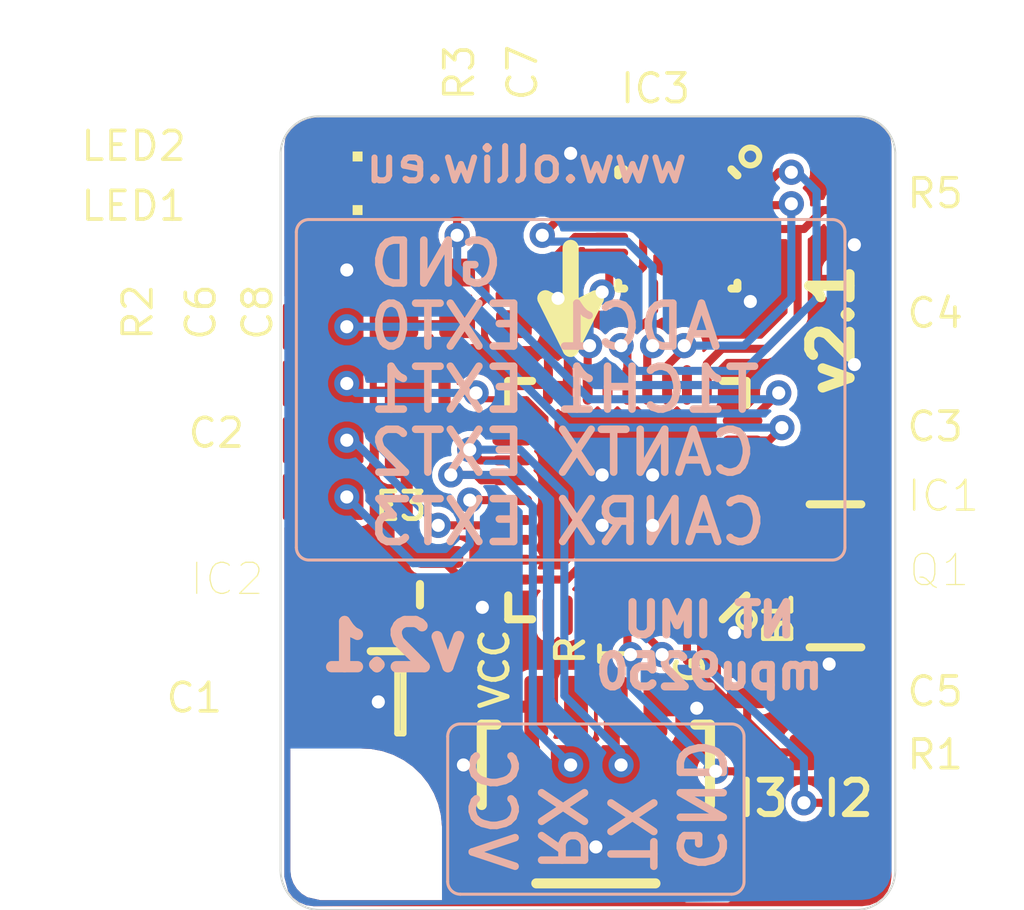
<source format=kicad_pcb>
(kicad_pcb (version 20241229) (generator "pcbnew") (generator_version "9.0")
  (layers (0 "F.Cu" signal) (2 "B.Cu" signal) (13 "F.Paste" user) (15 "B.Paste" user) (5 "F.SilkS" user "F.Silkscreen") (7 "B.SilkS" user "B.Silkscreen") (1 "F.Mask" user) (3 "B.Mask" user) (25 "Edge.Cuts" user))
  (net 0 "")
  (net 1 "GND")
  (net 2 "SDI")
  (net 3 "SCK")
  (net 4 "N$9")
  (net 5 "N$20")
  (net 6 "5V")
  (net 7 "TX")
  (net 8 "RX")
  (net 9 "LED")
  (net 10 "SWDIO")
  (net 11 "SWCLK")
  (net 12 "T1CH1")
  (net 13 "CANRX")
  (net 14 "CANTX")
  (net 15 "CS")
  (net 16 "SDO")
  (net 17 "ADC1")
  (net 18 "N$1")
  (net 19 "N$3")
  (net 20 "N$2")
  (net 21 "N$5")
  (net 22 "N$6")
  (net 23 "INT")
  (net 24 "3.3V")
  (net 25 "N$4")
  (net 26 "N$7")
  (footprint "STorM32 NT imu v211 mini-mpu9250:C0402" (layer "F.Cu") (at 155.050475 99.754057 90)
    (property "Reference" "C4")
    (property "Value" "100n")
  )
  (footprint "STorM32 NT imu v211 mini-mpu9250:SJ_2S-NO" (layer "F.Cu") (at 153.304225 113.565307 90)
    (property "Reference" "SJ3" (hide yes))
    (property "Value" "IMU-ID3" (hide yes))
  )
  (footprint "STorM32 NT imu v211 mini-mpu9250:RESONATOR-SMD" (layer "F.Cu") (at 154.732975 106.580307 90)
    (property "Reference" "Q1")
    (property "Value" "CSTCE8M00G55-R0" (hide yes))
  )
  (footprint "STorM32 NT imu v211 mini-mpu9250:VFQFPN36" (layer "F.Cu") (at 149.494225 104.675307 180)
    (property "Reference" "IC1")
    (property "Value" "STM32F103T8" (hide yes))
  )
  (footprint "STorM32 NT imu v211 mini-mpu9250:SJ_2S-NO" (layer "F.Cu") (at 154.891725 113.565307 90)
    (property "Reference" "SJ2" (hide yes))
    (property "Value" "IMU-ID2" (hide yes))
  )
  (footprint "STorM32 NT imu v211 mini-mpu9250:CHIPLED_0603" (layer "F.Cu") (at 142.826725 97.372807 90)
    (property "Reference" "LED1")
    (property "Value" "red")
  )
  (footprint "STorM32 NT imu v211 mini-mpu9250:dummyfp0" (layer "F.Cu") (at 142.762975 112.819057)
    (property "Reference" "UNK_HOLE_0" (hide yes))
    (property "Value" "")
  )
  (footprint "STorM32 NT imu v211 mini-mpu9250:C0603" (layer "F.Cu") (at 143.937975 102.770307 90)
    (property "Reference" "C2")
    (property "Value" "1u")
  )
  (footprint "STorM32 NT imu v211 mini-mpu9250:C0402" (layer "F.Cu") (at 154.574225 109.596557)
    (property "Reference" "C5")
    (property "Value" "100n")
  )
  (footprint "STorM32 NT imu v211 mini-mpu9250:C0402" (layer "F.Cu") (at 146.636725 96.579057 90)
    (property "Reference" "C7")
    (property "Value" "10n")
  )
  (footprint "STorM32 NT imu v211 mini-mpu9250:CHIPLED_0603" (layer "F.Cu") (at 142.826725 96.023432 90)
    (property "Reference" "LED2")
    (property "Value" "green")
  )
  (footprint "STorM32 NT imu v211 mini-mpu9250:C0402" (layer "F.Cu") (at 145.207975 99.595307 90)
    (property "Reference" "C6")
    (property "Value" "100n")
  )
  (footprint "STorM32 NT imu v211 mini-mpu9250:SJ_2S-NO" (layer "F.Cu") (at 152.510475 109.279057 -90)
    (property "Reference" "SJ1" (hide yes))
    (property "Value" "BOOT0" (hide yes))
  )
  (footprint "STorM32 NT imu v211 mini-mpu9250:R0402" (layer "F.Cu") (at 145.207975 96.579057 90)
    (property "Reference" "R3")
    (property "Value" "2.2k")
  )
  (footprint "STorM32 NT imu v211 mini-mpu9250:C0805" (layer "F.Cu") (at 143.38235 109.755307 180)
    (property "Reference" "C1")
    (property "Value" "10u/10V")
  )
  (footprint "STorM32 NT imu v211 mini-mpu9250:SOT23-5" (layer "F.Cu") (at 143.461725 107.056557 -90)
    (property "Reference" "IC2")
    (property "Value" "TC1015-3.3VCT713")
  )
  (footprint "STorM32 NT imu v211 mini-mpu9250:R0402" (layer "F.Cu") (at 154.574225 111.025307 180)
    (property "Reference" "R1")
    (property "Value" "10k")
  )
  (footprint "STorM32 NT imu v211 mini-mpu9250:R0402" (layer "F.Cu") (at 155.050475 96.737807 90)
    (property "Reference" "R5")
    (property "Value" "10k")
  )
  (footprint "STorM32 NT imu v211 mini-mpu9250:R0402" (layer "F.Cu") (at 143.779225 99.595307 90)
    (property "Reference" "R2")
    (property "Value" "4.7k")
  )
  (footprint "STorM32 NT imu v211 mini-mpu9250:SM04B-SRSS-TB" (layer "F.Cu") (at 148.700475 112.850932)
    (property "Reference" "NT0" (hide yes))
    (property "Value" "NT" (hide yes))
  )
  (footprint "STorM32 NT imu v211 mini-mpu9250:QFN-24-3X3" (layer "F.Cu") (at 150.764225 97.849057 -90)
    (property "Reference" "IC3")
    (property "Value" "MPU9250" (hide yes))
  )
  (footprint "STorM32 NT imu v211 mini-mpu9250:C0402" (layer "F.Cu") (at 146.636725 99.595307 -90)
    (property "Reference" "C8")
    (property "Value" "100n")
  )
  (footprint "STorM32 NT imu v211 mini-mpu9250:C0402" (layer "F.Cu") (at 155.050475 102.770307 90)
    (property "Reference" "C3")
    (property "Value" "100n")
  )
  (gr_circle (center 152.58985 96.023432) (end 152.814356 96.023432) (stroke (width 0.1524)) (fill no) (layer "F.SilkS"))
  (gr_line (start 148.065475 99.912807) (end 148.700475 99.595307) (stroke (width 0.4064)) (layer "F.SilkS"))
  (gr_line (start 143.8586 108.961557) (end 143.69985 108.961557) (stroke (width 0.1524)) (layer "F.SilkS"))
  (gr_line (start 148.065475 99.912807) (end 147.430475 99.595307) (stroke (width 0.4064)) (layer "F.SilkS"))
  (gr_line (start 148.065475 99.912807) (end 148.065475 98.325307) (stroke (width 0.4064)) (layer "F.SilkS"))
  (gr_line (start 143.8586 110.549057) (end 143.8586 108.961557) (stroke (width 0.1524)) (layer "F.SilkS"))
  (gr_line (start 143.69985 108.961557) (end 143.69985 110.549057) (stroke (width 0.1524)) (layer "F.SilkS"))
  (gr_line (start 148.700475 99.595307) (end 148.065475 100.865307) (stroke (width 0.4064)) (layer "F.SilkS"))
  (gr_line (start 148.065475 100.865307) (end 148.065475 99.912807) (stroke (width 0.4064)) (layer "F.SilkS"))
  (gr_line (start 147.430475 99.595307) (end 148.065475 100.865307) (stroke (width 0.4064)) (layer "F.SilkS"))
  (gr_line (start 143.69985 110.549057) (end 143.8586 110.549057) (stroke (width 0.1524)) (layer "F.SilkS"))
  (gr_arc (start 145.28735 114.597182) (mid 145.062844 114.504188) (end 144.96985 114.279682) (stroke (width 0.0762)) (layer "B.SilkS"))
  (gr_arc (start 141.15985 97.928432) (mid 141.252844 97.703926) (end 141.47735 97.610932) (stroke (width 0.0762)) (layer "B.SilkS"))
  (gr_arc (start 154.6536 97.610932) (mid 154.878106 97.703926) (end 154.9711 97.928432) (stroke (width 0.0762)) (layer "B.SilkS"))
  (gr_line (start 154.6536 106.183432) (end 141.47735 106.183432) (stroke (width 0.0762)) (layer "B.SilkS"))
  (gr_arc (start 154.9711 105.865932) (mid 154.878106 106.090438) (end 154.6536 106.183432) (stroke (width 0.0762)) (layer "B.SilkS"))
  (gr_arc (start 141.47735 106.183432) (mid 141.252844 106.090438) (end 141.15985 105.865932) (stroke (width 0.0762)) (layer "B.SilkS"))
  (gr_line (start 152.1136 114.597182) (end 145.28735 114.597182) (stroke (width 0.0762)) (layer "B.SilkS"))
  (gr_line (start 145.28735 110.310932) (end 152.1136 110.310932) (stroke (width 0.0762)) (layer "B.SilkS"))
  (gr_line (start 152.4311 110.628432) (end 152.4311 114.279682) (stroke (width 0.0762)) (layer "B.SilkS"))
  (gr_arc (start 144.96985 110.628432) (mid 145.062844 110.403926) (end 145.28735 110.310932) (stroke (width 0.0762)) (layer "B.SilkS"))
  (gr_arc (start 152.1136 110.310932) (mid 152.338106 110.403926) (end 152.4311 110.628432) (stroke (width 0.0762)) (layer "B.SilkS"))
  (gr_line (start 141.15985 105.865932) (end 141.15985 97.928432) (stroke (width 0.0762)) (layer "B.SilkS"))
  (gr_line (start 154.9711 97.928432) (end 154.9711 105.865932) (stroke (width 0.0762)) (layer "B.SilkS"))
  (gr_line (start 144.96985 114.279682) (end 144.96985 110.628432) (stroke (width 0.0762)) (layer "B.SilkS"))
  (gr_arc (start 152.4311 114.279682) (mid 152.338106 114.504188) (end 152.1136 114.597182) (stroke (width 0.0762)) (layer "B.SilkS"))
  (gr_line (start 141.47735 97.610932) (end 154.6536 97.610932) (stroke (width 0.0762)) (layer "B.SilkS"))
  (gr_line (start 141.762975 95.014057) (end 155.239225 95.014057) (stroke (width 0.05)) (layer "Edge.Cuts"))
  (gr_arc (start 155.239225 95.014057) (mid 155.928987 95.265075) (end 156.239225 95.930307) (stroke (width 0.05)) (layer "Edge.Cuts"))
  (gr_line (start 156.239225 113.994057) (end 156.239225 95.930307) (stroke (width 0.05)) (layer "Edge.Cuts"))
  (gr_line (start 140.762975 95.930307) (end 140.762975 113.994057) (stroke (width 0.05)) (layer "Edge.Cuts"))
  (gr_line (start 141.762975 114.994057) (end 155.239225 114.994057) (stroke (width 0.05)) (layer "Edge.Cuts"))
  (gr_arc (start 141.762975 114.994057) (mid 141.055868 114.701164) (end 140.762975 113.994057) (stroke (width 0.05)) (layer "Edge.Cuts"))
  (gr_arc (start 140.762975 95.930307) (mid 141.073213 95.265075) (end 141.762975 95.014057) (stroke (width 0.05)) (layer "Edge.Cuts"))
  (gr_arc (start 156.239225 113.994057) (mid 155.946332 114.701164) (end 155.239225 114.994057) (stroke (width 0.05)) (layer "Edge.Cuts"))
  (gr_text "E3" (at 143.06485 105.230932 0) (layer "F.SilkS") (effects (font (size 0.69088 0.69088) (thickness 0.12192)) (justify left bottom)))
  (gr_text "I3" (at 152.192975 112.692182 0) (layer "F.SilkS") (effects (font (size 0.8636 0.8636) (thickness 0.1524)) (justify left bottom)))
  (gr_text "I2" (at 154.3361 112.692182 0) (layer "F.SilkS") (effects (font (size 0.8636 0.8636) (thickness 0.1524)) (justify left bottom)))
  (gr_text "R" (at 148.46235 108.882182 90) (layer "F.SilkS") (effects (font (size 0.69088 0.69088) (thickness 0.12192)) (justify left bottom)))
  (gr_text "T" (at 149.5736 108.882182 90) (layer "F.SilkS") (effects (font (size 0.69088 0.69088) (thickness 0.12192)) (justify left bottom)))
  (gr_text "G" (at 151.4786 109.358432 90) (layer "F.SilkS") (effects (font (size 0.69088 0.69088) (thickness 0.12192)) (justify left bottom)))
  (gr_text "BL" (at 153.7011 108.405932 90) (layer "F.SilkS") (effects (font (size 0.69088 0.69088) (thickness 0.12192)) (justify left bottom)))
  (gr_text "VCC" (at 146.55735 109.993432 90) (layer "F.SilkS") (effects (font (size 0.69088 0.69088) (thickness 0.12192)) (justify left bottom)))
  (gr_text "v2.1" (at 155.225735 100.389057 90) (layer "F.SilkS") (effects (font (size 1.016 1.016) (thickness 0.254)) (justify bottom)))
  (gr_text "CANTX EXT2" (at 142.9061 102.849682 0) (layer "B.SilkS") (effects (font (size 1.0795 1.0795) (thickness 0.1905)) (justify right top mirror)))
  (gr_text "RX" (at 147.19235 114.120932 -90) (layer "B.SilkS") (effects (font (size 1.0795 1.0795) (thickness 0.1905)) (justify left bottom mirror)))
  (gr_text "TX" (at 148.9386 114.120932 -90) (layer "B.SilkS") (effects (font (size 1.0795 1.0795) (thickness 0.1905)) (justify left bottom mirror)))
  (gr_text "www.olliw.eu" (at 151.081725 96.737807 -0) (layer "B.SilkS") (effects (font (size 0.8636 0.8636) (thickness 0.1524)) (justify left bottom mirror)))
  (gr_text "VCC" (at 145.4461 114.120932 -90) (layer "B.SilkS") (effects (font (size 1.0795 1.0795) (thickness 0.1905)) (justify left bottom mirror)))
  (gr_text "GND" (at 150.68485 114.120932 -90) (layer "B.SilkS") (effects (font (size 1.0795 1.0795) (thickness 0.1905)) (justify left bottom mirror)))
  (gr_text "GND" (at 142.9061 98.087182 0) (layer "B.SilkS") (effects (font (size 1.0795 1.0795) (thickness 0.1905)) (justify right top mirror)))
  (gr_text "NT IMU\nmpu9250" (at 151.557975 107.215307 0) (layer "B.SilkS") (effects (font (size 0.8128 0.8128) (thickness 0.2032)) (justify top mirror)))
  (gr_text "ADC1 EXT0" (at 142.9061 99.674682 0) (layer "B.SilkS") (effects (font (size 1.0795 1.0795) (thickness 0.1905)) (justify right top mirror)))
  (gr_text "T1CH1 EXT1" (at 142.9061 101.262182 0) (layer "B.SilkS") (effects (font (size 1.0795 1.0795) (thickness 0.1905)) (justify right top mirror)))
  (gr_text "v2.1" (at 143.620475 107.691557 0) (layer "B.SilkS") (effects (font (size 1.13792 1.13792) (thickness 0.28448)) (justify top mirror)))
  (gr_text "CANRX EXT3" (at 142.9061 104.595932 0) (layer "B.SilkS") (effects (font (size 1.0795 1.0795) (thickness 0.1905)) (justify right top mirror)))
  (segment (start 141.239225 109.755307) (end 142.985475 109.755307) (width 0.4064) (layer "F.Cu") (net 1))
  (segment (start 142.11235 110.707807) (end 142.11235 108.802807) (width 0.4064) (layer "F.Cu") (net 1))
  (segment (start 150.224475 109.914057) (end 150.224475 111.184057) (width 0.4064) (layer "F.Cu") (net 1))
  (segment (start 149.307534 98.448814) (end 148.355034 98.448814) (width 0.2032) (layer "F.Cu") (net 1))
  (segment (start 151.875475 98.445639) (end 153.145475 98.445639) (width 0.2032) (layer "F.Cu") (net 1))
  (segment (start 150.224475 109.914057) (end 151.081725 109.914057) (width 0.4064) (layer "F.Cu") (net 1))
  (segment (start 151.778956 100.233798) (end 151.778956 98.884423) (width 0.2032) (layer "F.Cu") (net 1))
  (segment (start 150.2086 109.517182) (end 150.224475 109.914057) (width 0.4064) (layer "F.Cu") (net 1))
  (segment (start 153.244531 104.674351) (end 152.053906 104.674351) (width 0.2032) (layer "F.Cu") (net 1))
  (segment (start 147.259656 106.189779) (end 145.830906 106.189779) (width 0.2032) (layer "F.Cu") (net 1))
  (segment (start 141.3186 107.056557) (end 142.191725 107.056557) (width 0.4064) (layer "F.Cu") (net 1))
  (via (at 148.859225 105.310307) (size 0.635) (drill 0.3302) (layers "F.Cu" "B.Cu") (net 1))
  (via (at 148.065475 95.944057) (size 0.635) (drill 0.3302) (layers "F.Cu" "B.Cu") (net 1))
  (via (at 155.209225 98.245932) (size 0.635) (drill 0.3302) (layers "F.Cu" "B.Cu") (net 1))
  (via (at 147.747975 99.595307) (size 0.635) (drill 0.3302) (layers "F.Cu" "B.Cu") (net 1))
  (via (at 152.192975 108.009057) (size 0.635) (drill 0.3302) (layers "F.Cu" "B.Cu") (net 1))
  (via (at 151.240475 109.914057) (size 0.635) (drill 0.3302) (layers "F.Cu" "B.Cu") (net 1))
  (via (at 148.700475 113.406557) (size 0.635) (drill 0.3302) (layers "F.Cu" "B.Cu") (net 1))
  (via (at 154.574225 108.802807) (size 0.635) (drill 0.3302) (layers "F.Cu" "B.Cu") (net 1))
  (via (at 155.209225 101.262182) (size 0.635) (drill 0.3302) (layers "F.Cu" "B.Cu") (net 1))
  (via (at 143.2236 109.755307) (size 0.635) (drill 0.3302) (layers "F.Cu" "B.Cu") (net 1))
  (via (at 145.366725 111.342807) (size 0.635) (drill 0.3302) (layers "F.Cu" "B.Cu") (net 1))
  (via (at 148.859225 104.040307) (size 0.635) (drill 0.3302) (layers "F.Cu" "B.Cu") (net 1))
  (via (at 152.58985 99.674682) (size 0.635) (drill 0.3302) (layers "F.Cu" "B.Cu") (net 1))
  (via (at 145.842975 107.374057) (size 0.635) (drill 0.3302) (layers "F.Cu" "B.Cu") (net 1))
  (via (at 142.42985 98.880932) (size 0.635) (drill 0.3302) (layers "F.Cu" "B.Cu") (net 1))
  (via (at 150.129225 104.040307) (size 0.635) (drill 0.3302) (layers "F.Cu" "B.Cu") (net 1))
  (via (at 150.129225 105.310307) (size 0.635) (drill 0.3302) (layers "F.Cu" "B.Cu") (net 1))
  (segment (start 152.875475 96.849057) (end 152.489225 96.849057) (width 0.2032) (layer "F.Cu") (net 2))
  (segment (start 153.621725 96.420307) (end 153.304225 96.420307) (width 0.2032) (layer "F.Cu") (net 2))
  (segment (start 149.494225 100.944682) (end 149.335475 100.785932) (width 0.2032) (layer "F.Cu") (net 2))
  (segment (start 149.494225 101.775307) (end 149.494225 100.944682) (width 0.2032) (layer "F.Cu") (net 2))
  (segment (start 153.304225 96.420307) (end 152.875475 96.849057) (width 0.2032) (layer "F.Cu") (net 2))
  (via (at 149.335475 100.785932) (size 0.635) (drill 0.3302) (layers "F.Cu" "B.Cu") (net 2))
  (via (at 153.621725 96.420307) (size 0.635) (drill 0.3302) (layers "F.Cu" "B.Cu") (net 2))
  (segment (start 153.780475 96.420307) (end 153.621725 96.420307) (width 0.2032) (layer "B.Cu") (net 2))
  (segment (start 149.335475 100.785932) (end 149.335475 101.024057) (width 0.2032) (layer "B.Cu") (net 2))
  (segment (start 149.73235 101.420932) (end 152.4311 101.420932) (width 0.2032) (layer "B.Cu") (net 2))
  (segment (start 154.256725 96.896557) (end 153.780475 96.420307) (width 0.2032) (layer "B.Cu") (net 2))
  (segment (start 154.256725 99.595307) (end 154.256725 96.896557) (width 0.2032) (layer "B.Cu") (net 2))
  (segment (start 152.4311 101.420932) (end 154.256725 99.595307) (width 0.2032) (layer "B.Cu") (net 2))
  (segment (start 149.335475 101.024057) (end 149.73235 101.420932) (width 0.2032) (layer "B.Cu") (net 2))
  (segment (start 150.494225 101.294057) (end 150.922975 100.865307) (width 0.2032) (layer "F.Cu") (net 3))
  (segment (start 150.494225 101.775307) (end 150.494225 101.294057) (width 0.2032) (layer "F.Cu") (net 3))
  (segment (start 153.586725 97.249057) (end 152.464225 97.249057) (width 0.2032) (layer "F.Cu") (net 3))
  (segment (start 150.922975 100.865307) (end 150.922975 100.785932) (width 0.2032) (layer "F.Cu") (net 3))
  (segment (start 153.621725 97.214057) (end 153.586725 97.249057) (width 0.2032) (layer "F.Cu") (net 3))
  (via (at 150.922975 100.785932) (size 0.635) (drill 0.3302) (layers "F.Cu" "B.Cu") (net 3))
  (via (at 153.621725 97.214057) (size 0.635) (drill 0.3302) (layers "F.Cu" "B.Cu") (net 3))
  (segment (start 150.922975 100.785932) (end 152.4311 100.785932) (width 0.2032) (layer "B.Cu") (net 3))
  (segment (start 153.621725 99.595307) (end 153.621725 97.214057) (width 0.2032) (layer "B.Cu") (net 3))
  (segment (start 152.4311 100.785932) (end 153.621725 99.595307) (width 0.2032) (layer "B.Cu") (net 3))
  (segment (start 143.779225 98.945307) (end 143.779225 97.416557) (width 0.2032) (layer "F.Cu") (net 4))
  (segment (start 143.779225 97.416557) (end 143.576725 97.372807) (width 0.2032) (layer "F.Cu") (net 4))
  (segment (start 149.064225 98.049057) (end 148.182975 98.049057) (width 0.2032) (layer "F.Cu") (net 5))
  (segment (start 146.651725 98.960307) (end 146.636725 98.945307) (width 0.2032) (layer "F.Cu") (net 5))
  (segment (start 147.271725 98.960307) (end 146.651725 98.960307) (width 0.2032) (layer "F.Cu") (net 5))
  (segment (start 148.182975 98.049057) (end 147.271725 98.960307) (width 0.2032) (layer "F.Cu") (net 5))
  (segment (start 147.19235 111.025307) (end 146.87485 111.342807) (width 0.1524) (layer "F.Cu") (net 6))
  (segment (start 144.33485 109.358432) (end 144.33485 109.757807) (width 0.3048) (layer "F.Cu") (net 6))
  (segment (start 142.985475 108.009057) (end 144.33485 109.358432) (width 0.3048) (layer "F.Cu") (net 6))
  (segment (start 142.829225 106.106557) (end 143.144225 106.421557) (width 0.3048) (layer "F.Cu") (net 6))
  (segment (start 147.200475 109.875932) (end 147.1511 109.875932) (width 0.3048) (layer "F.Cu") (net 6))
  (segment (start 147.200475 109.875932) (end 144.833975 109.875932) (width 0.3048) (layer "F.Cu") (net 6))
  (segment (start 142.159125 108.009057) (end 142.985475 108.009057) (width 0.3048) (layer "F.Cu") (net 6))
  (segment (start 144.833975 109.875932) (end 144.71335 109.755307) (width 0.1524) (layer "F.Cu") (net 6))
  (segment (start 143.144225 107.850307) (end 142.985475 108.009057) (width 0.3048) (layer "F.Cu") (net 6))
  (segment (start 144.33485 109.757807) (end 144.71335 109.755307) (width 0.3048) (layer "F.Cu") (net 6))
  (segment (start 147.1511 109.875932) (end 147.112975 109.914057) (width 0.3048) (layer "F.Cu") (net 6))
  (segment (start 147.112975 109.914057) (end 147.1211 111.334682) (width 0.3048) (layer "F.Cu") (net 6))
  (segment (start 147.1211 111.334682) (end 147.19235 111.025307) (width 0.1524) (layer "F.Cu") (net 6))
  (segment (start 144.294225 109.875932) (end 144.71335 109.755307) (width 0.3048) (layer "F.Cu") (net 6))
  (segment (start 142.159125 108.009057) (end 142.161625 108.006557) (width 0.3048) (layer "F.Cu") (net 6))
  (segment (start 142.161625 106.106557) (end 142.829225 106.106557) (width 0.3048) (layer "F.Cu") (net 6))
  (segment (start 143.144225 106.421557) (end 143.144225 107.850307) (width 0.3048) (layer "F.Cu") (net 6))
  (segment (start 145.795475 103.675307) (end 145.525475 103.405307) (width 0.2032) (layer "F.Cu") (net 7))
  (segment (start 149.200475 111.636557) (end 149.335475 111.342807) (width 0.2032) (layer "F.Cu") (net 7))
  (segment (start 146.594225 103.675307) (end 145.795475 103.675307) (width 0.2032) (layer "F.Cu") (net 7))
  (segment (start 149.200475 109.875932) (end 149.200475 111.636557) (width 0.2032) (layer "F.Cu") (net 7))
  (via (at 149.335475 111.342807) (size 0.635) (drill 0.3302) (layers "F.Cu" "B.Cu") (net 7))
  (via (at 145.525475 103.405307) (size 0.635) (drill 0.3302) (layers "F.Cu" "B.Cu") (net 7))
  (segment (start 147.906725 104.516557) (end 147.906725 109.596557) (width 0.2032) (layer "B.Cu") (net 7))
  (segment (start 147.906725 109.596557) (end 149.335475 111.025307) (width 0.2032) (layer "B.Cu") (net 7))
  (segment (start 146.795475 103.405307) (end 147.906725 104.516557) (width 0.2032) (layer "B.Cu") (net 7))
  (segment (start 145.525475 103.405307) (end 146.795475 103.405307) (width 0.2032) (layer "B.Cu") (net 7))
  (segment (start 149.335475 111.025307) (end 149.335475 111.342807) (width 0.2032) (layer "B.Cu") (net 7))
  (segment (start 148.200475 111.684057) (end 148.065475 111.342807) (width 0.2032) (layer "F.Cu") (net 8))
  (segment (start 145.819225 104.175307) (end 145.684225 104.040307) (width 0.2032) (layer "F.Cu") (net 8))
  (segment (start 148.200475 109.875932) (end 148.200475 111.684057) (width 0.2032) (layer "F.Cu") (net 8))
  (segment (start 146.594225 104.175307) (end 145.819225 104.175307) (width 0.2032) (layer "F.Cu") (net 8))
  (segment (start 145.684225 104.040307) (end 145.049225 104.040307) (width 0.2032) (layer "F.Cu") (net 8))
  (via (at 148.065475 111.342807) (size 0.635) (drill 0.3302) (layers "F.Cu" "B.Cu") (net 8))
  (via (at 145.049225 104.040307) (size 0.635) (drill 0.3302) (layers "F.Cu" "B.Cu") (net 8))
  (segment (start 147.112975 110.390307) (end 148.065475 111.342807) (width 0.2032) (layer "B.Cu") (net 8))
  (segment (start 147.112975 104.834057) (end 147.112975 110.390307) (width 0.2032) (layer "B.Cu") (net 8))
  (segment (start 145.049225 104.040307) (end 146.319225 104.040307) (width 0.2032) (layer "B.Cu") (net 8))
  (segment (start 146.319225 104.040307) (end 147.112975 104.834057) (width 0.2032) (layer "B.Cu") (net 8))
  (segment (start 145.207975 98.007807) (end 145.207975 97.229057) (width 0.2032) (layer "F.Cu") (net 9))
  (segment (start 152.605475 102.675307) (end 153.304225 101.976557) (width 0.2032) (layer "F.Cu") (net 9))
  (segment (start 152.394225 102.675307) (end 152.605475 102.675307) (width 0.2032) (layer "F.Cu") (net 9))
  (via (at 145.207975 98.007807) (size 0.635) (drill 0.3302) (layers "F.Cu" "B.Cu") (net 9))
  (via (at 153.304225 101.976557) (size 0.635) (drill 0.3302) (layers "F.Cu" "B.Cu") (net 9))
  (segment (start 153.145475 102.135307) (end 148.541725 102.135307) (width 0.2032) (layer "B.Cu") (net 9))
  (segment (start 148.541725 102.135307) (end 145.207975 98.801557) (width 0.2032) (layer "B.Cu") (net 9))
  (segment (start 145.207975 98.801557) (end 145.207975 98.007807) (width 0.2032) (layer "B.Cu") (net 9))
  (segment (start 153.304225 101.976557) (end 153.145475 102.135307) (width 0.2032) (layer "B.Cu") (net 9))
  (segment (start 145.842975 102.135307) (end 145.684225 101.976557) (width 0.1524) (layer "F.Cu") (net 12))
  (segment (start 147.430475 102.929057) (end 147.430475 102.611557) (width 0.1524) (layer "F.Cu") (net 12))
  (segment (start 146.594225 103.175307) (end 147.184225 103.175307) (width 0.1524) (layer "F.Cu") (net 12))
  (segment (start 146.954225 102.135307) (end 145.842975 102.135307) (width 0.1524) (layer "F.Cu") (net 12))
  (segment (start 147.184225 103.175307) (end 147.430475 102.929057) (width 0.1524) (layer "F.Cu") (net 12))
  (segment (start 147.430475 102.611557) (end 146.954225 102.135307) (width 0.1524) (layer "F.Cu") (net 12))
  (via (at 142.42985 101.738432) (size 0.635) (drill 0.3302) (layers "F.Cu" "B.Cu") (net 12))
  (via (at 145.684225 101.976557) (size 0.635) (drill 0.3302) (layers "F.Cu" "B.Cu") (net 12))
  (segment (start 142.667975 101.976557) (end 142.42985 101.738432) (width 0.2032) (layer "B.Cu") (net 12))
  (segment (start 145.684225 101.976557) (end 142.667975 101.976557) (width 0.2032) (layer "B.Cu") (net 12))
  (segment (start 146.594225 104.675307) (end 145.525475 104.675307) (width 0.2032) (layer "F.Cu") (net 13))
  (via (at 142.42985 104.595932) (size 0.635) (drill 0.3302) (layers "F.Cu" "B.Cu") (net 13))
  (via (at 145.525475 104.675307) (size 0.635) (drill 0.3302) (layers "F.Cu" "B.Cu") (net 13))
  (segment (start 144.096725 106.262807) (end 142.42985 104.595932) (width 0.2032) (layer "B.Cu") (net 13))
  (segment (start 145.525475 104.675307) (end 145.525475 105.786557) (width 0.2032) (layer "B.Cu") (net 13))
  (segment (start 145.049225 106.262807) (end 144.096725 106.262807) (width 0.2032) (layer "B.Cu") (net 13))
  (segment (start 145.525475 105.786557) (end 145.049225 106.262807) (width 0.2032) (layer "B.Cu") (net 13))
  (segment (start 145.842975 105.310307) (end 144.731725 105.310307) (width 0.2032) (layer "F.Cu") (net 14))
  (segment (start 145.977975 105.175307) (end 145.842975 105.310307) (width 0.2032) (layer "F.Cu") (net 14))
  (segment (start 146.594225 105.175307) (end 145.977975 105.175307) (width 0.2032) (layer "F.Cu") (net 14))
  (via (at 142.42985 103.167182) (size 0.635) (drill 0.3302) (layers "F.Cu" "B.Cu") (net 14))
  (via (at 144.731725 105.310307) (size 0.635) (drill 0.3302) (layers "F.Cu" "B.Cu") (net 14))
  (segment (start 144.731725 105.310307) (end 142.5886 103.167182) (width 0.2032) (layer "B.Cu") (net 14))
  (segment (start 142.5886 103.167182) (end 142.42985 103.167182) (width 0.2032) (layer "B.Cu") (net 14))
  (segment (start 151.494225 101.775307) (end 151.494225 101.246557) (width 0.2032) (layer "F.Cu") (net 15))
  (segment (start 155.035475 97.372807) (end 155.050475 97.387807) (width 0.2032) (layer "F.Cu") (net 15))
  (segment (start 153.780475 97.849057) (end 153.939225 97.849057) (width 0.2032) (layer "F.Cu") (net 15))
  (segment (start 153.780475 100.071557) (end 153.780475 97.849057) (width 0.2032) (layer "F.Cu") (net 15))
  (segment (start 151.875475 100.865307) (end 152.986725 100.865307) (width 0.2032) (layer "F.Cu") (net 15))
  (segment (start 151.494225 101.246557) (end 151.875475 100.865307) (width 0.2032) (layer "F.Cu") (net 15))
  (segment (start 154.415475 97.372807) (end 155.035475 97.372807) (width 0.2032) (layer "F.Cu") (net 15))
  (segment (start 153.939225 97.849057) (end 154.415475 97.372807) (width 0.2032) (layer "F.Cu") (net 15))
  (segment (start 153.104225 97.649057) (end 152.464225 97.649057) (width 0.2032) (layer "F.Cu") (net 15))
  (segment (start 152.986725 100.865307) (end 153.780475 100.071557) (width 0.2032) (layer "F.Cu") (net 15))
  (segment (start 153.780475 97.849057) (end 153.304225 97.849057) (width 0.2032) (layer "F.Cu") (net 15))
  (segment (start 153.304225 97.849057) (end 153.104225 97.649057) (width 0.2032) (layer "F.Cu") (net 15))
  (segment (start 147.70985 97.649057) (end 149.064225 97.649057) (width 0.2032) (layer "F.Cu") (net 16))
  (segment (start 149.994225 100.920932) (end 150.129225 100.785932) (width 0.2032) (layer "F.Cu") (net 16))
  (segment (start 147.3511 98.007807) (end 147.70985 97.649057) (width 0.2032) (layer "F.Cu") (net 16))
  (segment (start 149.994225 101.775307) (end 149.994225 100.920932) (width 0.2032) (layer "F.Cu") (net 16))
  (via (at 150.129225 100.785932) (size 0.635) (drill 0.3302) (layers "F.Cu" "B.Cu") (net 16))
  (via (at 147.3511 98.007807) (size 0.635) (drill 0.3302) (layers "F.Cu" "B.Cu") (net 16))
  (segment (start 147.50985 98.166557) (end 147.3511 98.007807) (width 0.2032) (layer "B.Cu") (net 16))
  (segment (start 150.129225 98.801557) (end 149.494225 98.166557) (width 0.2032) (layer "B.Cu") (net 16))
  (segment (start 150.129225 100.785932) (end 150.129225 98.801557) (width 0.2032) (layer "B.Cu") (net 16))
  (segment (start 149.494225 98.166557) (end 147.50985 98.166557) (width 0.2032) (layer "B.Cu") (net 16))
  (segment (start 152.394225 103.175307) (end 153.057975 103.175307) (width 0.2032) (layer "F.Cu") (net 17))
  (segment (start 153.057975 103.175307) (end 153.3836 102.849682) (width 0.2032) (layer "F.Cu") (net 17))
  (via (at 153.3836 102.849682) (size 0.635) (drill 0.3302) (layers "F.Cu" "B.Cu") (net 17))
  (via (at 142.42985 100.309682) (size 0.635) (drill 0.3302) (layers "F.Cu" "B.Cu") (net 17))
  (segment (start 145.4461 100.309682) (end 142.42985 100.309682) (width 0.2032) (layer "B.Cu") (net 17))
  (segment (start 147.9861 102.849682) (end 153.3836 102.849682) (width 0.2032) (layer "B.Cu") (net 17))
  (segment (start 147.9861 102.849682) (end 145.4461 100.309682) (width 0.2032) (layer "B.Cu") (net 17))
  (segment (start 155.050475 104.040307) (end 155.050475 103.420307) (width 0.1524) (layer "F.Cu") (net 18))
  (segment (start 154.732975 104.357807) (end 155.050475 104.040307) (width 0.1524) (layer "F.Cu") (net 18))
  (segment (start 154.097975 104.357807) (end 154.732975 104.357807) (width 0.1524) (layer "F.Cu") (net 18))
  (segment (start 152.394225 105.175307) (end 153.439225 105.175307) (width 0.1524) (layer "F.Cu") (net 18))
  (segment (start 153.439225 105.175307) (end 153.621725 104.992807) (width 0.1524) (layer "F.Cu") (net 18))
  (segment (start 153.621725 104.834057) (end 154.097975 104.357807) (width 0.1524) (layer "F.Cu") (net 18))
  (segment (start 153.621725 104.992807) (end 153.621725 104.834057) (width 0.1524) (layer "F.Cu") (net 18))
  (segment (start 152.510475 110.231557) (end 153.304225 111.025307) (width 0.2032) (layer "F.Cu") (net 19))
  (segment (start 150.999175 107.577257) (end 150.994225 107.575307) (width 0.1524) (layer "F.Cu") (net 19))
  (segment (start 153.304225 111.025307) (end 153.924225 111.025307) (width 0.2032) (layer "F.Cu") (net 19))
  (segment (start 152.510475 109.660057) (end 152.510475 110.231557) (width 0.2032) (layer "F.Cu") (net 19))
  (segment (start 151.938975 109.660057) (end 152.510475 109.660057) (width 0.2032) (layer "F.Cu") (net 19))
  (segment (start 150.994225 107.575307) (end 150.994225 108.715307) (width 0.2032) (layer "F.Cu") (net 19))
  (segment (start 150.994225 108.715307) (end 151.938975 109.660057) (width 0.2032) (layer "F.Cu") (net 19))
  (segment (start 143.576725 96.023432) (end 145.192975 96.023432) (width 0.2032) (layer "F.Cu") (net 20))
  (segment (start 145.192975 96.023432) (end 145.207975 95.929057) (width 0.2032) (layer "F.Cu") (net 20))
  (segment (start 154.644225 107.691557) (end 154.732975 107.780307) (width 0.1524) (layer "F.Cu") (net 21))
  (segment (start 153.304225 107.056557) (end 153.939225 107.691557) (width 0.1524) (layer "F.Cu") (net 21))
  (segment (start 153.057975 106.175307) (end 153.304225 106.421557) (width 0.1524) (layer "F.Cu") (net 21))
  (segment (start 153.304225 106.421557) (end 153.304225 107.056557) (width 0.1524) (layer "F.Cu") (net 21))
  (segment (start 152.394225 106.175307) (end 153.057975 106.175307) (width 0.1524) (layer "F.Cu") (net 21))
  (segment (start 153.939225 107.691557) (end 154.644225 107.691557) (width 0.1524) (layer "F.Cu") (net 21))
  (segment (start 153.574225 105.675307) (end 153.780475 105.469057) (width 0.1524) (layer "F.Cu") (net 22))
  (segment (start 154.891725 105.469057) (end 154.802975 105.380307) (width 0.1524) (layer "F.Cu") (net 22))
  (segment (start 154.802975 105.380307) (end 154.732975 105.380307) (width 0.1524) (layer "F.Cu") (net 22))
  (segment (start 153.780475 105.469057) (end 154.891725 105.469057) (width 0.1524) (layer "F.Cu") (net 22))
  (segment (start 152.394225 105.675307) (end 153.574225 105.675307) (width 0.1524) (layer "F.Cu") (net 22))
  (segment (start 148.494225 100.833432) (end 148.541725 100.785932) (width 0.2032) (layer "F.Cu") (net 23))
  (segment (start 149.039225 98.849057) (end 149.039225 99.256557) (width 0.2032) (layer "F.Cu") (net 23))
  (segment (start 148.494225 101.775307) (end 148.494225 100.833432) (width 0.2032) (layer "F.Cu") (net 23))
  (segment (start 149.039225 99.256557) (end 148.859225 99.436557) (width 0.2032) (layer "F.Cu") (net 23))
  (via (at 148.859225 99.436557) (size 0.635) (drill 0.3302) (layers "F.Cu" "B.Cu") (net 23))
  (via (at 148.541725 100.785932) (size 0.635) (drill 0.3302) (layers "F.Cu" "B.Cu") (net 23))
  (segment (start 148.859225 99.436557) (end 148.541725 99.754057) (width 0.2032) (layer "B.Cu") (net 23))
  (segment (start 148.541725 99.754057) (end 148.541725 100.785932) (width 0.2032) (layer "B.Cu") (net 23))
  (segment (start 151.899225 104.175307) (end 151.557975 104.516557) (width 0.2032) (layer "F.Cu") (net 24))
  (segment (start 151.4786 96.975932) (end 151.764225 96.690307) (width 0.2032) (layer "F.Cu") (net 24))
  (segment (start 154.0186 103.087807) (end 152.9311 104.175307) (width 0.2032) (layer "F.Cu") (net 24))
  (segment (start 145.207975 100.230307) (end 145.92235 99.595307) (width 0.2032) (layer "F.Cu") (net 24))
  (segment (start 146.636725 98.166557) (end 146.636725 97.229057) (width 0.2032) (layer "F.Cu") (net 24))
  (segment (start 149.8911 98.801557) (end 149.8911 97.442807) (width 0.2032) (layer "F.Cu") (net 24))
  (segment (start 146.651725 97.214057) (end 146.636725 97.229057) (width 0.2032) (layer "F.Cu") (net 24))
  (segment (start 144.890475 102.929057) (end 144.890475 102.611557) (width 0.3048) (layer "F.Cu") (net 24))
  (segment (start 153.145475 108.009057) (end 153.145475 108.817807) (width 0.2032) (layer "F.Cu") (net 24))
  (segment (start 146.477975 98.325307) (end 146.636725 98.166557) (width 0.2032) (layer "F.Cu") (net 24))
  (segment (start 149.764225 99.574057) (end 149.764225 98.928432) (width 0.2032) (layer "F.Cu") (net 24))
  (segment (start 151.557975 106.262807) (end 151.557975 104.516557) (width 0.2032) (layer "F.Cu") (net 24))
  (segment (start 154.241725 96.087807) (end 153.939225 95.785307) (width 0.2032) (layer "F.Cu") (net 24))
  (segment (start 144.890475 102.611557) (end 144.890475 101.500307) (width 0.3048) (layer "F.Cu") (net 24))
  (segment (start 146.594225 102.675307) (end 144.954225 102.675307) (width 0.2032) (layer "F.Cu") (net 24))
  (segment (start 149.970475 96.975932) (end 151.4786 96.975932) (width 0.2032) (layer "F.Cu") (net 24))
  (segment (start 152.510475 108.898057) (end 153.065225 108.898057) (width 0.2032) (layer "F.Cu") (net 24))
  (segment (start 146.594225 106.675307) (end 147.970475 106.675307) (width 0.2032) (layer "F.Cu") (net 24))
  (segment (start 147.906725 97.214057) (end 146.651725 97.214057) (width 0.2032) (layer "F.Cu") (net 24))
  (segment (start 145.207975 101.182807) (end 145.207975 100.245307) (width 0.3048) (layer "F.Cu") (net 24))
  (segment (start 144.761825 106.106557) (end 144.257975 106.106557) (width 0.3048) (layer "F.Cu") (net 24))
  (segment (start 152.394225 106.675307) (end 151.970475 106.675307) (width 0.2032) (layer "F.Cu") (net 24))
  (segment (start 152.394225 104.175307) (end 151.899225 104.175307) (width 0.2032) (layer "F.Cu") (net 24))
  (segment (start 152.510475 96.420307) (end 151.875475 96.420307) (width 0.2032) (layer "F.Cu") (net 24))
  (segment (start 144.257975 106.106557) (end 143.937975 105.786557) (width 0.3048) (layer "F.Cu") (net 24))
  (segment (start 151.970475 106.675307) (end 151.557975 106.262807) (width 0.2032) (layer "F.Cu") (net 24))
  (segment (start 145.207975 100.245307) (end 143.779225 100.245307) (width 0.2032) (layer "F.Cu") (net 24))
  (segment (start 153.145475 108.817807) (end 153.924225 109.596557) (width 0.2032) (layer "F.Cu") (net 24))
  (segment (start 144.890475 101.500307) (end 145.207975 101.182807) (width 0.3048) (layer "F.Cu") (net 24))
  (segment (start 145.92235 99.595307) (end 145.92235 98.563432) (width 0.2032) (layer "F.Cu") (net 24))
  (segment (start 148.382975 106.262807) (end 151.557975 106.262807) (width 0.2032) (layer "F.Cu") (net 24))
  (segment (start 149.764225 98.928432) (end 149.8911 98.801557) (width 0.2032) (layer "F.Cu") (net 24))
  (segment (start 145.330575 106.675307) (end 144.761825 106.106557) (width 0.2032) (layer "F.Cu") (net 24))
  (segment (start 153.065225 108.898057) (end 153.145475 108.817807) (width 0.2032) (layer "F.Cu") (net 24))
  (segment (start 154.0186 101.262182) (end 154.0186 103.087807) (width 0.2032) (layer "F.Cu") (net 24))
  (segment (start 145.207975 100.245307) (end 145.207975 100.230307) (width 0.2032) (layer "F.Cu") (net 24))
  (segment (start 153.145475 95.785307) (end 152.510475 96.420307) (width 0.2032) (layer "F.Cu") (net 24))
  (segment (start 143.937975 103.620307) (end 144.040475 103.779057) (width 0.3048) (layer "F.Cu") (net 24))
  (segment (start 144.954225 102.675307) (end 144.890475 102.611557) (width 0.2032) (layer "F.Cu") (net 24))
  (segment (start 149.064225 97.249057) (end 149.69735 97.249057) (width 0.2032) (layer "F.Cu") (net 24))
  (segment (start 152.394225 107.257807) (end 153.145475 108.009057) (width 0.2032) (layer "F.Cu") (net 24))
  (segment (start 147.941725 97.249057) (end 147.906725 97.214057) (width 0.2032) (layer "F.Cu") (net 24))
  (segment (start 145.92235 98.563432) (end 146.160475 98.325307) (width 0.2032) (layer "F.Cu") (net 24))
  (segment (start 143.937975 105.786557) (end 143.937975 103.620307) (width 0.3048) (layer "F.Cu") (net 24))
  (segment (start 146.160475 98.325307) (end 146.477975 98.325307) (width 0.2032) (layer "F.Cu") (net 24))
  (segment (start 155.050475 96.087807) (end 154.241725 96.087807) (width 0.2032) (layer "F.Cu") (net 24))
  (segment (start 149.69735 97.249057) (end 149.970475 96.975932) (width 0.2032) (layer "F.Cu") (net 24))
  (segment (start 154.876725 100.404057) (end 154.0186 101.262182) (width 0.2032) (layer "F.Cu") (net 24))
  (segment (start 152.394225 106.675307) (end 152.394225 107.257807) (width 0.2032) (layer "F.Cu") (net 24))
  (segment (start 151.764225 96.690307) (end 151.764225 96.124057) (width 0.2032) (layer "F.Cu") (net 24))
  (segment (start 155.050475 100.404057) (end 154.876725 100.404057) (width 0.2032) (layer "F.Cu") (net 24))
  (segment (start 149.064225 97.249057) (end 147.941725 97.249057) (width 0.2032) (layer "F.Cu") (net 24))
  (segment (start 149.8911 97.442807) (end 149.69735 97.249057) (width 0.2032) (layer "F.Cu") (net 24))
  (segment (start 146.594225 106.675307) (end 145.330575 106.675307) (width 0.2032) (layer "F.Cu") (net 24))
  (segment (start 151.875475 96.420307) (end 151.764225 96.309057) (width 0.2032) (layer "F.Cu") (net 24))
  (segment (start 151.764225 96.309057) (end 151.764225 96.124057) (width 0.2032) (layer "F.Cu") (net 24))
  (segment (start 152.9311 104.175307) (end 152.394225 104.175307) (width 0.2032) (layer "F.Cu") (net 24))
  (segment (start 153.939225 95.785307) (end 153.145475 95.785307) (width 0.2032) (layer "F.Cu") (net 24))
  (segment (start 144.040475 103.779057) (end 144.890475 102.929057) (width 0.3048) (layer "F.Cu") (net 24))
  (segment (start 147.970475 106.675307) (end 148.382975 106.262807) (width 0.2032) (layer "F.Cu") (net 24))
  (segment (start 151.716725 111.501557) (end 152.192975 111.501557) (width 0.2032) (layer "F.Cu") (net 25))
  (segment (start 149.494225 108.485307) (end 149.5736 108.564682) (width 0.2032) (layer "F.Cu") (net 25))
  (segment (start 149.494225 107.575307) (end 149.494225 108.485307) (width 0.2032) (layer "F.Cu") (net 25))
  (segment (start 152.192975 111.501557) (end 153.304225 112.612807) (width 0.2032) (layer "F.Cu") (net 25))
  (segment (start 153.304225 112.612807) (end 153.304225 113.184307) (width 0.2032) (layer "F.Cu") (net 25))
  (via (at 149.5736 108.564682) (size 0.635) (drill 0.3302) (layers "F.Cu" "B.Cu") (net 25))
  (via (at 151.716725 111.501557) (size 0.635) (drill 0.3302) (layers "F.Cu" "B.Cu") (net 25))
  (segment (start 149.5736 109.358432) (end 151.716725 111.501557) (width 0.2032) (layer "B.Cu") (net 25))
  (segment (start 149.5736 108.564682) (end 149.5736 109.358432) (width 0.2032) (layer "B.Cu") (net 25))
  (segment (start 154.415475 112.295307) (end 154.891725 112.771557) (width 0.2032) (layer "F.Cu") (net 26))
  (segment (start 150.36735 108.485307) (end 150.36735 108.564682) (width 0.2032) (layer "F.Cu") (net 26))
  (segment (start 154.891725 112.771557) (end 154.891725 113.184307) (width 0.2032) (layer "F.Cu") (net 26))
  (segment (start 149.994225 107.575307) (end 149.994225 108.112182) (width 0.2032) (layer "F.Cu") (net 26))
  (segment (start 149.994225 108.112182) (end 150.36735 108.485307) (width 0.2032) (layer "F.Cu") (net 26))
  (segment (start 153.939225 112.295307) (end 154.415475 112.295307) (width 0.2032) (layer "F.Cu") (net 26))
  (via (at 153.939225 112.295307) (size 0.635) (drill 0.3302) (layers "F.Cu" "B.Cu") (net 26))
  (via (at 150.36735 108.564682) (size 0.635) (drill 0.3302) (layers "F.Cu" "B.Cu") (net 26))
  (segment (start 153.939225 111.184057) (end 153.939225 112.295307) (width 0.2032) (layer "B.Cu") (net 26))
  (segment (start 150.36735 108.564682) (end 151.1611 108.564682) (width 0.2032) (layer "B.Cu") (net 26))
  (segment (start 151.1611 108.564682) (end 153.939225 111.184057) (width 0.2032) (layer "B.Cu") (net 26))
  (zone (net 17) (net_name "ADC1") (layer "F.Cu") (priority 6) (connect_pads (clearance 0.000001)) (min_thickness 0.1016) (fill yes (thermal_gap 0.2532) (thermal_bridge_width 0.2532))
    (polygon (pts (xy 142.84895 100.887532) (xy 140.820125 100.887532) (xy 140.820125 99.731832) (xy 142.84895 99.731832)))
  )
  (zone (net 13) (net_name "CANRX") (layer "F.Cu") (priority 6) (connect_pads (clearance 0.000001)) (min_thickness 0.1016) (fill yes (thermal_gap 0.2532) (thermal_bridge_width 0.2532))
    (polygon (pts (xy 142.84895 105.173782) (xy 140.820125 105.173782) (xy 140.820125 104.018082) (xy 142.84895 104.018082)))
  )
  (zone (net 0) (net_name "") (layer "F.Cu") (priority 6) (connect_pads (clearance 0)) (min_thickness 0.025)
    (keepout (tracks allowed) (vias allowed) (pads allowed) (copperpour not_allowed) (footprints allowed))
    (fill (thermal_gap 0.06) (thermal_bridge_width 0.06))
    (polygon (pts (xy 143.049949 110.941784) (xy 143.332223 110.995871) (xy 143.603926 111.089578) (xy 143.859529 111.220999) (xy 144.093826 111.387458) (xy 144.30205 111.585567) (xy 144.479959 111.811293) (xy 144.623935 112.06004) (xy 144.731043 112.326745) (xy 144.799105 112.605979) (xy 144.826725 112.891941) (xy 144.826725 114.747182) (xy 141.762412 114.747182) (xy 141.435621 114.672595) (xy 141.292221 114.58249) (xy 141.172667 114.462936) (xy 141.082715 114.319778) (xy 141.026874 114.160193) (xy 141.007975 113.992463) (xy 141.007975 110.928432) (xy 142.763091 110.928432)))
  )
  (zone (net 7) (net_name "TX") (layer "F.Cu") (priority 6) (connect_pads (clearance 0.000001)) (min_thickness 0.1016) (fill yes (thermal_gap 0.2532) (thermal_bridge_width 0.2532))
    (polygon (pts (xy 149.83395 112.396907) (xy 148.837 112.396907) (xy 148.837 110.844332) (xy 149.83395 110.844332)))
  )
  (zone (net 14) (net_name "CANTX") (layer "F.Cu") (priority 6) (connect_pads (clearance 0.000001)) (min_thickness 0.1016) (fill yes (thermal_gap 0.2532) (thermal_bridge_width 0.2532))
    (polygon (pts (xy 142.84895 103.745032) (xy 140.820125 103.745032) (xy 140.820125 102.589332) (xy 142.84895 102.589332)))
  )
  (zone (net 1) (net_name "GND") (layer "F.Cu") (connect_pads (clearance 0.1524)) (min_thickness 0.0762) (fill yes (thermal_gap 0.2024) (thermal_bridge_width 0.2024))
    (polygon (pts (xy 155.591438 95.049544) (xy 155.771716 95.124219) (xy 155.926524 95.243007) (xy 156.045313 95.397815) (xy 156.119988 95.578094) (xy 156.1448 95.766563) (xy 156.1448 114.157801) (xy 156.119988 114.34627) (xy 156.045313 114.526548) (xy 155.926525 114.681356) (xy 155.771717 114.800145) (xy 155.591438 114.87482) (xy 155.402969 114.899632) (xy 141.599231 114.899632) (xy 141.410762 114.87482) (xy 141.230484 114.800145) (xy 141.075676 114.681356) (xy 140.953766 114.522482) (xy 140.8574 114.162839) (xy 140.8574 95.766563) (xy 140.882212 95.578094) (xy 140.956887 95.397815) (xy 141.075676 95.243007) (xy 141.23455 95.121098) (xy 141.594193 95.024732) (xy 155.402969 95.024732)))
  )
  (zone (net 6) (net_name "5V") (layer "F.Cu") (priority 6) (connect_pads (clearance 0.000001)) (min_thickness 0.1016) (fill yes (thermal_gap 0.2532) (thermal_bridge_width 0.2532))
    (polygon (pts (xy 147.29395 112.396907) (xy 146.594641 112.396907) (xy 146.297 112.099266) (xy 146.297 110.844332) (xy 147.29395 110.844332)))
  )
  (zone (net 12) (net_name "T1CH1") (layer "F.Cu") (priority 6) (connect_pads (clearance 0.000001)) (min_thickness 0.1016) (fill yes (thermal_gap 0.2532) (thermal_bridge_width 0.2532))
    (polygon (pts (xy 142.84895 102.316282) (xy 140.820125 102.316282) (xy 140.820125 101.160582) (xy 142.84895 101.160582)))
  )
  (zone (net 8) (net_name "RX") (layer "F.Cu") (priority 6) (connect_pads (clearance 0.000001)) (min_thickness 0.1016) (fill yes (thermal_gap 0.2532) (thermal_bridge_width 0.2532))
    (polygon (pts (xy 148.56395 112.396907) (xy 147.567 112.396907) (xy 147.567 110.844332) (xy 148.56395 110.844332)))
  )
  (zone (net 0) (net_name "") (layer "B.Cu") (priority 6) (connect_pads (clearance 0)) (min_thickness 0.025)
    (keepout (tracks allowed) (vias allowed) (pads allowed) (copperpour not_allowed) (footprints allowed))
    (fill (thermal_gap 0.06) (thermal_bridge_width 0.06))
    (polygon (pts (xy 143.049949 110.941784) (xy 143.332223 110.995871) (xy 143.603926 111.089578) (xy 143.859529 111.220999) (xy 144.093826 111.387458) (xy 144.30205 111.585567) (xy 144.479959 111.811293) (xy 144.623935 112.06004) (xy 144.731043 112.326745) (xy 144.799105 112.605979) (xy 144.826725 112.891941) (xy 144.826725 114.747182) (xy 141.762412 114.747182) (xy 141.435621 114.672595) (xy 141.292221 114.58249) (xy 141.172667 114.462936) (xy 141.082715 114.319778) (xy 141.026874 114.160193) (xy 141.007975 113.992463) (xy 141.007975 110.928432) (xy 142.763091 110.928432)))
  )
  (zone (net 1) (net_name "GND") (layer "B.Cu") (priority 6) (connect_pads (clearance 0.1524)) (min_thickness 0.0762) (fill yes (thermal_gap 0.2024) (thermal_bridge_width 0.2024))
    (polygon (pts (xy 155.591438 95.049544) (xy 155.771716 95.124219) (xy 155.926524 95.243007) (xy 156.045313 95.397815) (xy 156.119988 95.578094) (xy 156.1448 95.766563) (xy 156.1448 113.999051) (xy 156.119988 114.18752) (xy 156.045313 114.367798) (xy 155.926525 114.522606) (xy 155.771717 114.641395) (xy 155.591438 114.71607) (xy 155.403406 114.740825) (xy 141.599667 114.899689) (xy 141.410762 114.87482) (xy 141.230484 114.800145) (xy 141.075676 114.681356) (xy 140.953766 114.522482) (xy 140.8574 114.162839) (xy 140.8574 95.766563) (xy 140.882212 95.578094) (xy 140.956887 95.397815) (xy 141.075676 95.243007) (xy 141.23455 95.121098) (xy 141.594193 95.024732) (xy 155.402969 95.024732)))
  )
)
</source>
